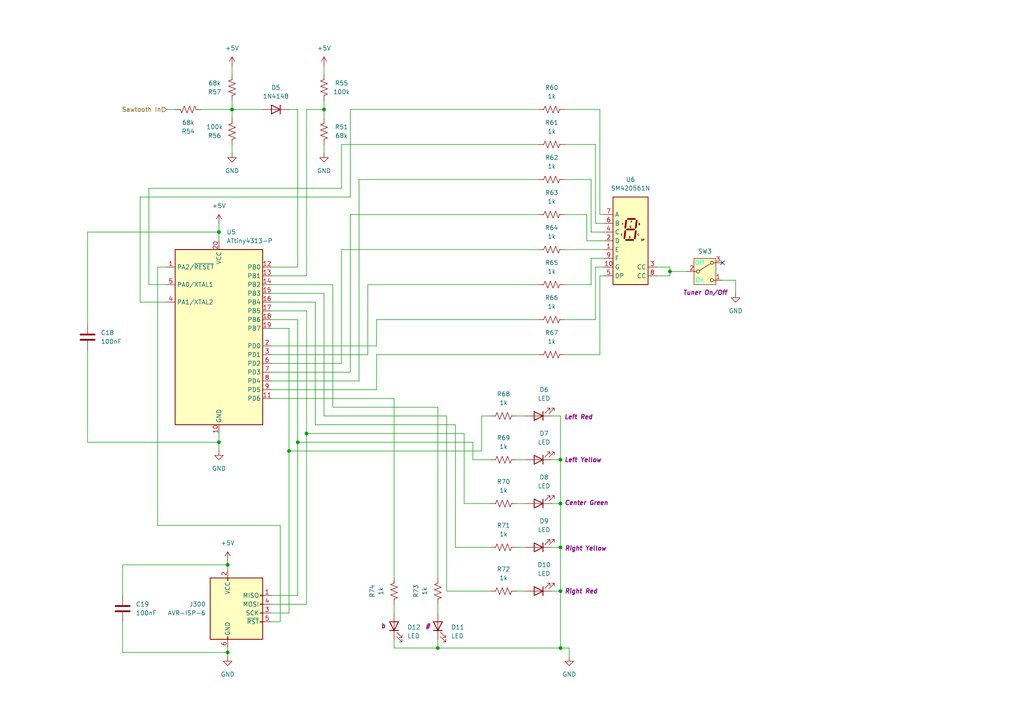
<source format=kicad_sch>
(kicad_sch (version 20231120) (generator "eeschema") (generator_version "8.0")
  (paper "A4")
  (title_block (company "DMH Instruments"))
  (lib_symbols
    (symbol "Connector:AVR-ISP-6" (pin_names (offset 1.016))
      (property "Reference" "J" (at -6.35 11.43 0))
      (property "Value" "AVR-ISP-6" (at 0 11.43 0))
      (symbol "AVR-ISP-6_0_1"
        (rectangle (start -2.667 -6.858) (end -2.413 -7.62))
        (rectangle (start -2.667 10.16) (end -2.413 9.398))
        (rectangle (start 7.62 -2.413) (end 6.858 -2.667))
        (rectangle (start 7.62 0.127) (end 6.858 -0.127))
        (rectangle (start 7.62 2.667) (end 6.858 2.413))
        (rectangle (start 7.62 5.207) (end 6.858 4.953))
        (rectangle (start 7.62 10.16) (end -7.62 -7.62) (stroke (width 0.254)) (fill (type background)))
      )
      (symbol "AVR-ISP-6_1_1"
        (pin passive line (at 10.16 5.08 180) (length 2.54) (name "MISO") (number "1"))
        (pin passive line (at -2.54 12.7 270) (length 2.54) (name "VCC") (number "2"))
        (pin passive line (at 10.16 0 180) (length 2.54) (name "SCK") (number "3"))
        (pin passive line (at 10.16 2.54 180) (length 2.54) (name "MOSI") (number "4"))
        (pin passive line (at 10.16 -2.54 180) (length 2.54) (name "~{RST}") (number "5"))
        (pin passive line (at -2.54 -10.16 90) (length 2.54) (name "GND") (number "6"))
      )
    )
    (symbol "Device:C" (pin_numbers hide) (pin_names (offset 0.254))
      (property "Reference" "C" (at 0.635 2.54 0))
      (property "Value" "C" (at 0.635 -2.54 0))
      (symbol "C_0_1"
        (polyline (pts (xy -2.032 -0.762) (xy 2.032 -0.762)) (stroke (width 0.508)))
        (polyline (pts (xy -2.032 0.762) (xy 2.032 0.762)) (stroke (width 0.508)))
      )
      (symbol "C_1_1"
        (pin passive line (at 0 3.81 270) (length 2.794) (name "~") (number "1"))
        (pin passive line (at 0 -3.81 90) (length 2.794) (name "~") (number "2"))
      )
    )
    (symbol "Device:LED" (pin_numbers hide) (pin_names (offset 1.016) hide)
      (property "Reference" "D" (at 0 2.54 0))
      (property "Value" "LED" (at 0 -2.54 0))
      (symbol "LED_0_1"
        (polyline (pts (xy -1.27 -1.27) (xy -1.27 1.27)) (stroke (width 0.254)))
        (polyline (pts (xy -1.27 0) (xy 1.27 0)))
        (polyline (pts (xy 1.27 -1.27) (xy 1.27 1.27) (xy -1.27 0) (xy 1.27 -1.27)) (stroke (width 0.254)))
        (polyline (pts (xy -3.048 -0.762) (xy -4.572 -2.286) (xy -3.81 -2.286) (xy -4.572 -2.286) (xy -4.572 -1.524)))
        (polyline (pts (xy -1.778 -0.762) (xy -3.302 -2.286) (xy -2.54 -2.286) (xy -3.302 -2.286) (xy -3.302 -1.524)))
      )
      (symbol "LED_1_1"
        (pin passive line (at -3.81 0 0) (length 2.54) (name "K") (number "1"))
        (pin passive line (at 3.81 0 180) (length 2.54) (name "A") (number "2"))
      )
    )
    (symbol "Device:R_US" (pin_numbers hide) (pin_names (offset 0))
      (property "Reference" "R" (at 2.54 0 90))
      (property "Value" "R_US" (at -2.54 0 90))
      (symbol "R_US_0_1"
        (polyline (pts (xy 0 -2.286) (xy 0 -2.54)))
        (polyline (pts (xy 0 2.286) (xy 0 2.54)))
        (polyline (pts (xy 0 -0.762) (xy 1.016 -1.143) (xy 0 -1.524) (xy -1.016 -1.905) (xy 0 -2.286)))
        (polyline (pts (xy 0 0.762) (xy 1.016 0.381) (xy 0 0) (xy -1.016 -0.381) (xy 0 -0.762)))
        (polyline (pts (xy 0 2.286) (xy 1.016 1.905) (xy 0 1.524) (xy -1.016 1.143) (xy 0 0.762)))
      )
      (symbol "R_US_1_1"
        (pin passive line (at 0 3.81 270) (length 1.27) (name "~") (number "1"))
        (pin passive line (at 0 -3.81 90) (length 1.27) (name "~") (number "2"))
      )
    )
    (symbol "Diode:1N4148" (pin_numbers hide) (pin_names hide)
      (property "Reference" "D" (at 0 2.54 0))
      (property "Value" "1N4148" (at 0 -2.54 0))
      (symbol "1N4148_0_1"
        (polyline (pts (xy -1.27 1.27) (xy -1.27 -1.27)) (stroke (width 0.254)))
        (polyline (pts (xy 1.27 0) (xy -1.27 0)))
        (polyline (pts (xy 1.27 1.27) (xy 1.27 -1.27) (xy -1.27 0) (xy 1.27 1.27)) (stroke (width 0.254)))
      )
      (symbol "1N4148_1_1"
        (pin passive line (at -3.81 0 0) (length 2.54) (name "K") (number "1"))
        (pin passive line (at 3.81 0 180) (length 2.54) (name "A") (number "2"))
      )
    )
    (symbol "Display_Character:SM420561N"
      (property "Reference" "U" (at -2.54 13.97 0))
      (property "Value" "SM420561N" (at 1.27 13.97 0))
      (symbol "SM420561N_0_0"
        (text "A" (at 0.254 5.588 0) (effects (font (size 0.508 0.508))))
        (text "B" (at 2.54 4.826 0) (effects (font (size 0.508 0.508))))
        (text "C" (at 2.286 1.778 0) (effects (font (size 0.508 0.508))))
        (text "D" (at -0.254 1.016 0) (effects (font (size 0.508 0.508))))
        (text "DP" (at 3.556 0.254 0) (effects (font (size 0.508 0.508))))
        (text "E" (at -2.54 1.778 0) (effects (font (size 0.508 0.508))))
        (text "F" (at -2.286 4.826 0) (effects (font (size 0.508 0.508))))
        (text "G" (at 0 4.064 0) (effects (font (size 0.508 0.508))))
      )
      (symbol "SM420561N_0_1"
        (rectangle (start -5.08 12.7) (end 5.08 -12.7) (stroke (width 0.254)) (fill (type background)))
        (polyline (pts (xy -1.524 2.794) (xy -1.778 0.762)) (stroke (width 0.508)))
        (polyline (pts (xy -1.27 0.254) (xy 0.762 0.254)) (stroke (width 0.508)))
        (polyline (pts (xy -1.27 5.842) (xy -1.524 3.81)) (stroke (width 0.508)))
        (polyline (pts (xy -1.016 3.302) (xy 1.016 3.302)) (stroke (width 0.508)))
        (polyline (pts (xy -0.762 6.35) (xy 1.27 6.35)) (stroke (width 0.508)))
        (polyline (pts (xy 1.524 2.794) (xy 1.27 0.762)) (stroke (width 0.508)))
        (polyline (pts (xy 1.778 5.842) (xy 1.524 3.81)) (stroke (width 0.508)))
        (polyline (pts (xy 2.54 0.254) (xy 2.54 0.254)) (stroke (width 0.508)))
      )
      (symbol "SM420561N_1_1"
        (pin input line (at -7.62 -2.54 0) (length 2.54) (name "E") (number "1"))
        (pin input line (at -7.62 -7.62 0) (length 2.54) (name "G") (number "10"))
        (pin input line (at -7.62 0 0) (length 2.54) (name "D") (number "2"))
        (pin input line (at 7.62 -7.62 180) (length 2.54) (name "CC") (number "3"))
        (pin input line (at -7.62 2.54 0) (length 2.54) (name "C") (number "4"))
        (pin input line (at -7.62 -10.16 0) (length 2.54) (name "DP") (number "5"))
        (pin input line (at -7.62 5.08 0) (length 2.54) (name "B") (number "6"))
        (pin input line (at -7.62 7.62 0) (length 2.54) (name "A") (number "7"))
        (pin input line (at 7.62 -10.16 180) (length 2.54) (name "CC") (number "8"))
        (pin input line (at -7.62 -5.08 0) (length 2.54) (name "F") (number "9"))
      )
    )
    (symbol "MCU_Microchip_ATtiny:ATtiny4313-P"
      (property "Reference" "U" (at -12.7 26.67 0))
      (property "Value" "ATtiny4313-P" (at 2.54 -26.67 0))
      (symbol "ATtiny4313-P_0_1"
        (rectangle (start -12.7 -25.4) (end 12.7 25.4) (stroke (width 0.254)) (fill (type background)))
      )
      (symbol "ATtiny4313-P_1_1"
        (pin bidirectional line (at -15.24 20.32 0) (length 2.54) (name "PA2/~{RESET}") (number "1"))
        (pin power_in line (at 0 -27.94 90) (length 2.54) (name "GND") (number "10"))
        (pin bidirectional line (at 15.24 -17.78 180) (length 2.54) (name "PD6") (number "11"))
        (pin bidirectional line (at 15.24 20.32 180) (length 2.54) (name "PB0") (number "12"))
        (pin bidirectional line (at 15.24 17.78 180) (length 2.54) (name "PB1") (number "13"))
        (pin bidirectional line (at 15.24 15.24 180) (length 2.54) (name "PB2") (number "14"))
        (pin bidirectional line (at 15.24 12.7 180) (length 2.54) (name "PB3") (number "15"))
        (pin bidirectional line (at 15.24 10.16 180) (length 2.54) (name "PB4") (number "16"))
        (pin bidirectional line (at 15.24 7.62 180) (length 2.54) (name "PB5") (number "17"))
        (pin bidirectional line (at 15.24 5.08 180) (length 2.54) (name "PB6") (number "18"))
        (pin bidirectional line (at 15.24 2.54 180) (length 2.54) (name "PB7") (number "19"))
        (pin bidirectional line (at 15.24 -2.54 180) (length 2.54) (name "PD0") (number "2"))
        (pin power_in line (at 0 27.94 270) (length 2.54) (name "VCC") (number "20"))
        (pin bidirectional line (at 15.24 -5.08 180) (length 2.54) (name "PD1") (number "3"))
        (pin bidirectional line (at -15.24 10.16 0) (length 2.54) (name "PA1/XTAL2") (number "4"))
        (pin bidirectional line (at -15.24 15.24 0) (length 2.54) (name "PA0/XTAL1") (number "5"))
        (pin bidirectional line (at 15.24 -7.62 180) (length 2.54) (name "PD2") (number "6"))
        (pin bidirectional line (at 15.24 -10.16 180) (length 2.54) (name "PD3") (number "7"))
        (pin bidirectional line (at 15.24 -12.7 180) (length 2.54) (name "PD4") (number "8"))
        (pin bidirectional line (at 15.24 -15.24 180) (length 2.54) (name "PD5") (number "9"))
      )
    )
    (symbol "SynthStuff:SW_SPDT_321_OnOff" (pin_names (offset 1) hide)
      (property "Reference" "SW" (at 0 5.08 0))
      (property "Value" "SW_SPDT_321_OnOff" (at 0 -5.08 0))
      (symbol "SW_SPDT_321_OnOff_0_1"
        (circle (center -2.032 0) (radius 0.4572))
        (polyline (pts (xy -1.651 0.254) (xy 1.651 2.286)))
        (circle (center 2.032 -2.54) (radius 0.4572))
        (circle (center 2.032 2.54) (radius 0.4572))
      )
      (symbol "SW_SPDT_321_OnOff_1_1"
        (rectangle (start -3.175 3.81) (end 3.175 -3.81) (fill (type background)))
        (text "Off\n" (at -1.524 2.54 0) (effects (font (size 1.27 1.27))))
        (text "On" (at -1.524 -2.54 0) (effects (font (size 1.27 1.27))))
        (pin passive line (at 5.08 -2.54 180) (length 2.54) (name "C") (number "1"))
        (pin passive line (at -5.08 0 0) (length 2.54) (name "B") (number "2"))
        (pin passive line (at 5.08 2.54 180) (length 2.54) (name "A") (number "3"))
      )
    )
    (symbol "power:+5V" (power) (pin_numbers hide) (pin_names (offset 0) hide)
      (property "Value" "+5V" (at 0 3.556 0))
      (symbol "+5V_0_1"
        (polyline (pts (xy -0.762 1.27) (xy 0 2.54)))
        (polyline (pts (xy 0 0) (xy 0 2.54)))
        (polyline (pts (xy 0 2.54) (xy 0.762 1.27)))
      )
      (symbol "+5V_1_1"
        (pin power_in line (at 0 0 90) (length 0) (name "~") (number "1"))
      )
    )
    (symbol "power:GND" (power) (pin_numbers hide) (pin_names (offset 0) hide)
      (property "Value" "GND" (at 0 -3.81 0))
      (symbol "GND_0_1"
        (polyline (pts (xy 0 0) (xy 0 -1.27) (xy 1.27 -1.27) (xy 0 -2.54) (xy -1.27 -1.27) (xy 0 -1.27)))
      )
      (symbol "GND_1_1"
        (pin power_in line (at 0 0 270) (length 0) (name "~") (number "1"))
      )
    )
  )
  (junction (at 86.36 128.27))
  (junction (at 127 187.96))
  (junction (at 63.5 128.27))
  (junction (at 162.56 187.96))
  (junction (at 162.56 146.05))
  (junction (at 66.04 163.83))
  (junction (at 162.56 171.45))
  (junction (at 66.04 189.23))
  (junction (at 88.9 125.73))
  (junction (at 63.5 67.31))
  (junction (at 83.82 130.81))
  (junction (at 93.98 31.75))
  (junction (at 194.31 78.74))
  (junction (at 162.56 133.35))
  (junction (at 162.56 158.75))
  (junction (at 67.31 31.75))
  (no_connect (at 209.55 76.2))
  (wire (pts (xy 163.83 72.39) (xy 175.26 72.39)))
  (wire (pts (xy 209.55 81.28) (xy 213.36 81.28)))
  (wire (pts (xy 63.5 128.27) (xy 63.5 130.81)))
  (wire (pts (xy 88.9 31.75) (xy 93.98 31.75)))
  (wire (pts (xy 171.45 52.07) (xy 171.45 67.31)))
  (wire (pts (xy 163.83 52.07) (xy 171.45 52.07)))
  (wire (pts (xy 149.86 146.05) (xy 152.4 146.05)))
  (wire (pts (xy 109.22 92.71) (xy 109.22 100.33)))
  (wire (pts (xy 93.98 120.65) (xy 93.98 85.09)))
  (wire (pts (xy 127 167.64) (xy 127 118.11)))
  (wire (pts (xy 170.18 62.23) (xy 170.18 69.85)))
  (wire (pts (xy 99.06 72.39) (xy 99.06 105.41)))
  (wire (pts (xy 160.02 171.45) (xy 162.56 171.45)))
  (wire (pts (xy 43.18 82.55) (xy 48.26 82.55)))
  (wire (pts (xy 88.9 31.75) (xy 88.9 80.01)))
  (wire (pts (xy 40.64 87.63) (xy 48.26 87.63)))
  (wire (pts (xy 114.3 175.26) (xy 114.3 177.8)))
  (wire (pts (xy 93.98 19.05) (xy 93.98 21.59)))
  (wire (pts (xy 86.36 128.27) (xy 86.36 172.72)))
  (wire (pts (xy 88.9 80.01) (xy 78.74 80.01)))
  (wire (pts (xy 67.31 29.21) (xy 67.31 31.75)))
  (wire (pts (xy 163.83 31.75) (xy 173.99 31.75)))
  (wire (pts (xy 83.82 130.81) (xy 83.82 95.25)))
  (wire (pts (xy 86.36 31.75) (xy 86.36 77.47)))
  (wire (pts (xy 99.06 54.61) (xy 43.18 54.61)))
  (wire (pts (xy 162.56 120.65) (xy 162.56 133.35)))
  (wire (pts (xy 160.02 133.35) (xy 162.56 133.35)))
  (wire (pts (xy 96.52 118.11) (xy 96.52 82.55)))
  (wire (pts (xy 25.4 67.31) (xy 63.5 67.31)))
  (wire (pts (xy 127 118.11) (xy 96.52 118.11)))
  (wire (pts (xy 160.02 120.65) (xy 162.56 120.65)))
  (wire (pts (xy 104.14 110.49) (xy 104.14 52.07)))
  (wire (pts (xy 142.24 171.45) (xy 129.54 171.45)))
  (wire (pts (xy 173.99 31.75) (xy 173.99 62.23)))
  (wire (pts (xy 171.45 74.93) (xy 175.26 74.93)))
  (wire (pts (xy 78.74 102.87) (xy 106.68 102.87)))
  (wire (pts (xy 142.24 158.75) (xy 132.08 158.75)))
  (wire (pts (xy 78.74 175.26) (xy 88.9 175.26)))
  (wire (pts (xy 132.08 158.75) (xy 132.08 123.19)))
  (wire (pts (xy 48.26 31.75) (xy 50.8 31.75)))
  (wire (pts (xy 190.5 80.01) (xy 194.31 80.01)))
  (wire (pts (xy 63.5 64.77) (xy 63.5 67.31)))
  (wire (pts (xy 134.62 146.05) (xy 134.62 125.73)))
  (wire (pts (xy 99.06 41.91) (xy 156.21 41.91)))
  (wire (pts (xy 83.82 130.81) (xy 83.82 177.8)))
  (wire (pts (xy 63.5 67.31) (xy 63.5 69.85)))
  (wire (pts (xy 173.99 62.23) (xy 175.26 62.23)))
  (wire (pts (xy 109.22 92.71) (xy 156.21 92.71)))
  (wire (pts (xy 137.16 133.35) (xy 137.16 128.27)))
  (wire (pts (xy 194.31 78.74) (xy 194.31 80.01)))
  (wire (pts (xy 66.04 163.83) (xy 66.04 165.1)))
  (wire (pts (xy 78.74 177.8) (xy 83.82 177.8)))
  (wire (pts (xy 173.99 102.87) (xy 173.99 80.01)))
  (wire (pts (xy 93.98 31.75) (xy 93.98 34.29)))
  (wire (pts (xy 66.04 189.23) (xy 66.04 190.5)))
  (wire (pts (xy 213.36 81.28) (xy 213.36 85.09)))
  (wire (pts (xy 35.56 163.83) (xy 66.04 163.83)))
  (wire (pts (xy 149.86 120.65) (xy 152.4 120.65)))
  (wire (pts (xy 88.9 90.17) (xy 78.74 90.17)))
  (wire (pts (xy 127 185.42) (xy 127 187.96)))
  (wire (pts (xy 35.56 172.72) (xy 35.56 163.83)))
  (wire (pts (xy 114.3 187.96) (xy 127 187.96)))
  (wire (pts (xy 142.24 120.65) (xy 139.7 120.65)))
  (wire (pts (xy 88.9 125.73) (xy 88.9 175.26)))
  (wire (pts (xy 40.64 57.15) (xy 40.64 87.63)))
  (wire (pts (xy 93.98 29.21) (xy 93.98 31.75)))
  (wire (pts (xy 137.16 128.27) (xy 86.36 128.27)))
  (wire (pts (xy 88.9 125.73) (xy 88.9 90.17)))
  (wire (pts (xy 93.98 85.09) (xy 78.74 85.09)))
  (wire (pts (xy 194.31 78.74) (xy 199.39 78.74)))
  (wire (pts (xy 163.83 82.55) (xy 171.45 82.55)))
  (wire (pts (xy 172.72 92.71) (xy 172.72 77.47)))
  (wire (pts (xy 160.02 158.75) (xy 162.56 158.75)))
  (wire (pts (xy 45.72 77.47) (xy 45.72 152.4)))
  (wire (pts (xy 83.82 130.81) (xy 139.7 130.81)))
  (wire (pts (xy 25.4 101.6) (xy 25.4 128.27)))
  (wire (pts (xy 43.18 54.61) (xy 43.18 82.55)))
  (wire (pts (xy 162.56 158.75) (xy 162.56 171.45)))
  (wire (pts (xy 58.42 31.75) (xy 67.31 31.75)))
  (wire (pts (xy 190.5 77.47) (xy 194.31 77.47)))
  (wire (pts (xy 35.56 180.34) (xy 35.56 189.23)))
  (wire (pts (xy 163.83 92.71) (xy 172.72 92.71)))
  (wire (pts (xy 114.3 185.42) (xy 114.3 187.96)))
  (wire (pts (xy 172.72 41.91) (xy 172.72 64.77)))
  (wire (pts (xy 86.36 77.47) (xy 78.74 77.47)))
  (wire (pts (xy 163.83 102.87) (xy 173.99 102.87)))
  (wire (pts (xy 101.6 31.75) (xy 156.21 31.75)))
  (wire (pts (xy 106.68 82.55) (xy 156.21 82.55)))
  (wire (pts (xy 67.31 31.75) (xy 67.31 34.29)))
  (wire (pts (xy 99.06 72.39) (xy 156.21 72.39)))
  (wire (pts (xy 163.83 41.91) (xy 172.72 41.91)))
  (wire (pts (xy 109.22 102.87) (xy 109.22 113.03)))
  (wire (pts (xy 149.86 158.75) (xy 152.4 158.75)))
  (wire (pts (xy 78.74 110.49) (xy 104.14 110.49)))
  (wire (pts (xy 86.36 92.71) (xy 78.74 92.71)))
  (wire (pts (xy 67.31 41.91) (xy 67.31 44.45)))
  (wire (pts (xy 162.56 171.45) (xy 162.56 187.96)))
  (wire (pts (xy 132.08 123.19) (xy 91.44 123.19)))
  (wire (pts (xy 83.82 95.25) (xy 78.74 95.25)))
  (wire (pts (xy 99.06 105.41) (xy 78.74 105.41)))
  (wire (pts (xy 114.3 115.57) (xy 78.74 115.57)))
  (wire (pts (xy 172.72 77.47) (xy 175.26 77.47)))
  (wire (pts (xy 162.56 133.35) (xy 162.56 146.05)))
  (wire (pts (xy 172.72 64.77) (xy 175.26 64.77)))
  (wire (pts (xy 78.74 172.72) (xy 86.36 172.72)))
  (wire (pts (xy 86.36 128.27) (xy 86.36 92.71)))
  (wire (pts (xy 91.44 123.19) (xy 91.44 87.63)))
  (wire (pts (xy 81.28 180.34) (xy 78.74 180.34)))
  (wire (pts (xy 99.06 41.91) (xy 99.06 54.61)))
  (wire (pts (xy 194.31 77.47) (xy 194.31 78.74)))
  (wire (pts (xy 45.72 152.4) (xy 81.28 152.4)))
  (wire (pts (xy 139.7 120.65) (xy 139.7 130.81)))
  (wire (pts (xy 101.6 62.23) (xy 156.21 62.23)))
  (wire (pts (xy 66.04 162.56) (xy 66.04 163.83)))
  (wire (pts (xy 163.83 62.23) (xy 170.18 62.23)))
  (wire (pts (xy 76.2 31.75) (xy 67.31 31.75)))
  (wire (pts (xy 149.86 171.45) (xy 152.4 171.45)))
  (wire (pts (xy 96.52 82.55) (xy 78.74 82.55)))
  (wire (pts (xy 127 187.96) (xy 162.56 187.96)))
  (wire (pts (xy 129.54 171.45) (xy 129.54 120.65)))
  (wire (pts (xy 109.22 102.87) (xy 156.21 102.87)))
  (wire (pts (xy 86.36 31.75) (xy 83.82 31.75)))
  (wire (pts (xy 25.4 67.31) (xy 25.4 93.98)))
  (wire (pts (xy 149.86 133.35) (xy 152.4 133.35)))
  (wire (pts (xy 91.44 87.63) (xy 78.74 87.63)))
  (wire (pts (xy 162.56 146.05) (xy 162.56 158.75)))
  (wire (pts (xy 78.74 100.33) (xy 109.22 100.33)))
  (wire (pts (xy 134.62 125.73) (xy 88.9 125.73)))
  (wire (pts (xy 106.68 82.55) (xy 106.68 102.87)))
  (wire (pts (xy 67.31 19.05) (xy 67.31 21.59)))
  (wire (pts (xy 48.26 77.47) (xy 45.72 77.47)))
  (wire (pts (xy 171.45 67.31) (xy 175.26 67.31)))
  (wire (pts (xy 101.6 62.23) (xy 101.6 107.95)))
  (wire (pts (xy 25.4 128.27) (xy 63.5 128.27)))
  (wire (pts (xy 93.98 41.91) (xy 93.98 44.45)))
  (wire (pts (xy 114.3 167.64) (xy 114.3 115.57)))
  (wire (pts (xy 129.54 120.65) (xy 93.98 120.65)))
  (wire (pts (xy 78.74 107.95) (xy 101.6 107.95)))
  (wire (pts (xy 142.24 133.35) (xy 137.16 133.35)))
  (wire (pts (xy 66.04 187.96) (xy 66.04 189.23)))
  (wire (pts (xy 165.1 187.96) (xy 165.1 190.5)))
  (wire (pts (xy 40.64 57.15) (xy 101.6 57.15)))
  (wire (pts (xy 162.56 187.96) (xy 165.1 187.96)))
  (wire (pts (xy 142.24 146.05) (xy 134.62 146.05)))
  (wire (pts (xy 171.45 82.55) (xy 171.45 74.93)))
  (wire (pts (xy 81.28 152.4) (xy 81.28 180.34)))
  (wire (pts (xy 35.56 189.23) (xy 66.04 189.23)))
  (wire (pts (xy 170.18 69.85) (xy 175.26 69.85)))
  (wire (pts (xy 104.14 52.07) (xy 156.21 52.07)))
  (wire (pts (xy 173.99 80.01) (xy 175.26 80.01)))
  (wire (pts (xy 160.02 146.05) (xy 162.56 146.05)))
  (wire (pts (xy 101.6 31.75) (xy 101.6 57.15)))
  (wire (pts (xy 127 175.26) (xy 127 177.8)))
  (wire (pts (xy 63.5 125.73) (xy 63.5 128.27)))
  (wire (pts (xy 78.74 113.03) (xy 109.22 113.03)))
  (hierarchical_label "Sawtooth In" (shape input) (at 48.26 31.75 180))
  (symbol (lib_id "Device:R_US") (at 146.05 120.65 90) (unit 1)
    (property "Reference" "R68" (at 146.05 114.3 90))
    (property "Value" "1k" (at 146.05 116.84 90))
    (property "Footprint" "Resistor_THT:R_Axial_DIN0207_L6.3mm_D2.5mm_P7.62mm_Horizontal" (effects (hide yes)))
    (property "Description" "Resistor, US symbol" (effects (hide yes)))
  )
  (symbol (lib_id "power:+5V") (at 63.5 64.77 0) (unit 1)
    (property "Reference" "#PWR050" (effects (hide yes)))
    (property "Value" "+5V" (at 63.5 59.69 0))
    (property "Description" "Power symbol creates a global label with name \"+5V\"" (effects (hide yes)))
  )
  (symbol (lib_id "Device:R_US") (at 160.02 92.71 90) (unit 1)
    (property "Reference" "R66" (at 160.02 86.36 90))
    (property "Value" "1k" (at 160.02 88.9 90))
    (property "Footprint" "Resistor_THT:R_Axial_DIN0207_L6.3mm_D2.5mm_P7.62mm_Horizontal" (effects (hide yes)))
    (property "Description" "Resistor, US symbol" (effects (hide yes)))
  )
  (symbol (lib_id "Device:C") (at 35.56 176.53 0) (unit 1)
    (property "Reference" "C19" (at 39.37 175.2599 0) (effects (justify left)))
    (property "Value" "100nF" (at 39.37 177.7999 0) (effects (justify left)))
    (property "Footprint" "Capacitor_THT:C_Disc_D4.3mm_W1.9mm_P5.00mm" (effects (hide yes)))
    (property "Description" "Unpolarized capacitor" (effects (hide yes)))
  )
  (symbol (lib_id "Device:R_US") (at 160.02 31.75 90) (unit 1)
    (property "Reference" "R60" (at 160.02 25.4 90))
    (property "Value" "1k" (at 160.02 27.94 90))
    (property "Footprint" "Resistor_THT:R_Axial_DIN0207_L6.3mm_D2.5mm_P7.62mm_Horizontal" (effects (hide yes)))
    (property "Description" "Resistor, US symbol" (effects (hide yes)))
  )
  (symbol (lib_id "Diode:1N4148") (at 80.01 31.75 180) (unit 1)
    (property "Reference" "D5" (at 80.01 25.4 0))
    (property "Value" "1N4148" (at 80.01 27.94 0))
    (property "Footprint" "Diode_THT:D_DO-35_SOD27_P7.62mm_Horizontal" (effects (hide yes)))
    (property "Datasheet" "https://assets.nexperia.com/documents/data-sheet/1N4148_1N4448.pdf" (effects (hide yes)))
    (property "Description" "100V 0.15A standard switching diode, DO-35" (effects (hide yes)))
    (property "Sim.Device" "D" (effects (hide yes)))
    (property "Sim.Pins" "1=K 2=A" (effects (hide yes)))
  )
  (symbol (lib_id "Device:LED") (at 114.3 181.61 90) (unit 1)
    (property "Reference" "D12" (at 118.11 181.9274 90) (effects (justify right)))
    (property "Value" "LED" (at 118.11 184.4674 90) (effects (justify right)))
    (property "Footprint" "LED_THT:LED_D3.0mm" (effects (hide yes)))
    (property "Description" "Light emitting diode" (effects (hide yes)))
    (property "Function" "b" (at 111.252 182.372 90) (effects (font (bold yes) (italic yes)) (justify top)))
  )
  (symbol (lib_id "Device:R_US") (at 146.05 158.75 90) (unit 1)
    (property "Reference" "R71" (at 146.05 152.4 90))
    (property "Value" "1k" (at 146.05 154.94 90))
    (property "Footprint" "Resistor_THT:R_Axial_DIN0207_L6.3mm_D2.5mm_P7.62mm_Horizontal" (effects (hide yes)))
    (property "Description" "Resistor, US symbol" (effects (hide yes)))
  )
  (symbol (lib_id "power:GND") (at 66.04 190.5 0) (unit 1)
    (property "Reference" "#PWR060" (effects (hide yes)))
    (property "Value" "GND" (at 66.04 195.58 0))
    (property "Description" "Power symbol creates a global label with name \"GND\" , ground" (effects (hide yes)))
  )
  (symbol (lib_id "Device:R_US") (at 146.05 146.05 90) (unit 1)
    (property "Reference" "R70" (at 146.05 139.7 90))
    (property "Value" "1k" (at 146.05 142.24 90))
    (property "Footprint" "Resistor_THT:R_Axial_DIN0207_L6.3mm_D2.5mm_P7.62mm_Horizontal" (effects (hide yes)))
    (property "Description" "Resistor, US symbol" (effects (hide yes)))
  )
  (symbol (lib_id "Device:R_US") (at 67.31 25.4 0) (mirror y) (unit 1)
    (property "Reference" "R57" (at 62.23 26.67 0))
    (property "Value" "68k" (at 62.23 24.13 0))
    (property "Footprint" "Resistor_THT:R_Axial_DIN0207_L6.3mm_D2.5mm_P7.62mm_Horizontal" (effects (hide yes)))
    (property "Description" "Resistor, US symbol" (effects (hide yes)))
  )
  (symbol (lib_id "MCU_Microchip_ATtiny:ATtiny4313-P") (at 63.5 97.79 0) (unit 1)
    (property "Reference" "U5" (at 65.6941 67.31 0) (effects (justify left)))
    (property "Value" "ATtiny4313-P" (at 65.6941 69.85 0) (effects (justify left)))
    (property "Footprint" "Package_DIP:DIP-20_W7.62mm_Socket" (effects (hide yes)))
    (property "Datasheet" "http://ww1.microchip.com/downloads/en/DeviceDoc/doc8246.pdf" (effects (hide yes)))
    (property "Description" "20MHz, 4kB Flash, 256B SRAM, 256B EEPROM, DIP-20" (effects (hide yes)))
  )
  (symbol (lib_id "Device:R_US") (at 160.02 41.91 90) (unit 1)
    (property "Reference" "R61" (at 160.02 35.56 90))
    (property "Value" "1k" (at 160.02 38.1 90))
    (property "Footprint" "Resistor_THT:R_Axial_DIN0207_L6.3mm_D2.5mm_P7.62mm_Horizontal" (effects (hide yes)))
    (property "Description" "Resistor, US symbol" (effects (hide yes)))
  )
  (symbol (lib_id "Device:R_US") (at 160.02 62.23 90) (unit 1)
    (property "Reference" "R63" (at 160.02 55.88 90))
    (property "Value" "1k" (at 160.02 58.42 90))
    (property "Footprint" "Resistor_THT:R_Axial_DIN0207_L6.3mm_D2.5mm_P7.62mm_Horizontal" (effects (hide yes)))
    (property "Description" "Resistor, US symbol" (effects (hide yes)))
  )
  (symbol (lib_id "Device:R_US") (at 93.98 38.1 0) (mirror x) (unit 1)
    (property "Reference" "R51" (at 99.06 36.83 0))
    (property "Value" "68k" (at 99.06 39.37 0))
    (property "Footprint" "Resistor_THT:R_Axial_DIN0207_L6.3mm_D2.5mm_P7.62mm_Horizontal" (effects (hide yes)))
    (property "Description" "Resistor, US symbol" (effects (hide yes)))
  )
  (symbol (lib_id "power:GND") (at 165.1 190.5 0) (unit 1)
    (property "Reference" "#PWR061" (effects (hide yes)))
    (property "Value" "GND" (at 165.1 195.58 0))
    (property "Description" "Power symbol creates a global label with name \"GND\" , ground" (effects (hide yes)))
  )
  (symbol (lib_id "Device:LED") (at 156.21 171.45 180) (unit 1)
    (property "Reference" "D10" (at 157.7975 163.83 0))
    (property "Value" "LED" (at 157.7975 166.37 0))
    (property "Footprint" "LED_THT:LED_D3.0mm" (effects (hide yes)))
    (property "Description" "Light emitting diode" (effects (hide yes)))
    (property "Function" "Right Red" (at 168.656 171.45 0) (effects (font (bold yes) (italic yes))))
  )
  (symbol (lib_id "Device:R_US") (at 160.02 102.87 90) (unit 1)
    (property "Reference" "R67" (at 160.02 96.52 90))
    (property "Value" "1k" (at 160.02 99.06 90))
    (property "Footprint" "Resistor_THT:R_Axial_DIN0207_L6.3mm_D2.5mm_P7.62mm_Horizontal" (effects (hide yes)))
    (property "Description" "Resistor, US symbol" (effects (hide yes)))
  )
  (symbol (lib_id "Device:R_US") (at 160.02 82.55 90) (unit 1)
    (property "Reference" "R65" (at 160.02 76.2 90))
    (property "Value" "1k" (at 160.02 78.74 90))
    (property "Footprint" "Resistor_THT:R_Axial_DIN0207_L6.3mm_D2.5mm_P7.62mm_Horizontal" (effects (hide yes)))
    (property "Description" "Resistor, US symbol" (effects (hide yes)))
  )
  (symbol (lib_id "Device:R_US") (at 67.31 38.1 0) (mirror y) (unit 1)
    (property "Reference" "R56" (at 62.23 39.37 0))
    (property "Value" "100k" (at 62.23 36.83 0))
    (property "Footprint" "Resistor_THT:R_Axial_DIN0207_L6.3mm_D2.5mm_P7.62mm_Horizontal" (effects (hide yes)))
    (property "Description" "Resistor, US symbol" (effects (hide yes)))
  )
  (symbol (lib_id "Device:LED") (at 127 181.61 90) (unit 1)
    (property "Reference" "D11" (at 130.81 181.9274 90) (effects (justify right)))
    (property "Value" "LED" (at 130.81 184.4674 90) (effects (justify right)))
    (property "Footprint" "LED_THT:LED_D3.0mm" (effects (hide yes)))
    (property "Description" "Light emitting diode" (effects (hide yes)))
    (property "Function" "#" (at 124.206 181.61 90) (effects (font (bold yes) (italic yes))))
  )
  (symbol (lib_id "power:+5V") (at 66.04 162.56 0) (unit 1)
    (property "Reference" "#PWR059" (effects (hide yes)))
    (property "Value" "+5V" (at 66.04 157.48 0))
    (property "Description" "Power symbol creates a global label with name \"+5V\"" (effects (hide yes)))
  )
  (symbol (lib_id "Device:LED") (at 156.21 120.65 180) (unit 1)
    (property "Reference" "D6" (at 157.7975 113.03 0))
    (property "Value" "LED" (at 157.7975 115.57 0))
    (property "Footprint" "LED_THT:LED_D3.0mm" (effects (hide yes)))
    (property "Description" "Light emitting diode" (effects (hide yes)))
    (property "Function" "Left Red" (at 167.894 120.904 0) (effects (font (bold yes) (italic yes))))
  )
  (symbol (lib_id "power:+5V") (at 93.98 19.05 0) (unit 1)
    (property "Reference" "#PWR054" (effects (hide yes)))
    (property "Value" "+5V" (at 93.98 13.97 0))
    (property "Description" "Power symbol creates a global label with name \"+5V\"" (effects (hide yes)))
  )
  (symbol (lib_id "power:GND") (at 93.98 44.45 0) (unit 1)
    (property "Reference" "#PWR053" (effects (hide yes)))
    (property "Value" "GND" (at 93.98 49.53 0))
    (property "Description" "Power symbol creates a global label with name \"GND\" , ground" (effects (hide yes)))
  )
  (symbol (lib_id "Device:R_US") (at 146.05 133.35 90) (unit 1)
    (property "Reference" "R69" (at 146.05 127 90))
    (property "Value" "1k" (at 146.05 129.54 90))
    (property "Footprint" "Resistor_THT:R_Axial_DIN0207_L6.3mm_D2.5mm_P7.62mm_Horizontal" (effects (hide yes)))
    (property "Description" "Resistor, US symbol" (effects (hide yes)))
  )
  (symbol (lib_id "Device:R_US") (at 114.3 171.45 0) (mirror y) (unit 1)
    (property "Reference" "R74" (at 107.95 171.45 90))
    (property "Value" "1k" (at 110.49 171.45 90))
    (property "Footprint" "Resistor_THT:R_Axial_DIN0207_L6.3mm_D2.5mm_P7.62mm_Horizontal" (effects (hide yes)))
    (property "Description" "Resistor, US symbol" (effects (hide yes)))
  )
  (symbol (lib_id "Device:C") (at 25.4 97.79 0) (unit 1)
    (property "Reference" "C18" (at 29.21 96.5199 0) (effects (justify left)))
    (property "Value" "100nF" (at 29.21 99.0599 0) (effects (justify left)))
    (property "Footprint" "Capacitor_THT:C_Disc_D4.3mm_W1.9mm_P5.00mm" (effects (hide yes)))
    (property "Description" "Unpolarized capacitor" (effects (hide yes)))
  )
  (symbol (lib_id "SynthStuff:SW_SPDT_321_OnOff") (at 204.47 78.74 0) (unit 1)
    (property "Reference" "SW3" (at 204.47 72.898 0))
    (property "Value" "SW_SPDT_321_OnOff" (effects (hide yes)))
    (property "Footprint" "SynthStuff:Toggle_Switch_THT" (effects (hide yes)))
    (property "Description" "Switch, single pole double throw" (effects (hide yes)))
    (property "Function" "Tuner On/Off" (at 204.47 84.836 0) (effects (font (bold yes) (italic yes))))
  )
  (symbol (lib_id "Device:R_US") (at 146.05 171.45 90) (unit 1)
    (property "Reference" "R72" (at 146.05 165.1 90))
    (property "Value" "1k" (at 146.05 167.64 90))
    (property "Footprint" "Resistor_THT:R_Axial_DIN0207_L6.3mm_D2.5mm_P7.62mm_Horizontal" (effects (hide yes)))
    (property "Description" "Resistor, US symbol" (effects (hide yes)))
  )
  (symbol (lib_id "power:GND") (at 63.5 130.81 0) (unit 1)
    (property "Reference" "#PWR052" (effects (hide yes)))
    (property "Value" "GND" (at 63.5 135.89 0))
    (property "Description" "Power symbol creates a global label with name \"GND\" , ground" (effects (hide yes)))
  )
  (symbol (lib_id "power:GND") (at 67.31 44.45 0) (unit 1)
    (property "Reference" "#PWR055" (effects (hide yes)))
    (property "Value" "GND" (at 67.31 49.53 0))
    (property "Description" "Power symbol creates a global label with name \"GND\" , ground" (effects (hide yes)))
  )
  (symbol (lib_id "Device:R_US") (at 160.02 52.07 90) (unit 1)
    (property "Reference" "R62" (at 160.02 45.72 90))
    (property "Value" "1k" (at 160.02 48.26 90))
    (property "Footprint" "Resistor_THT:R_Axial_DIN0207_L6.3mm_D2.5mm_P7.62mm_Horizontal" (effects (hide yes)))
    (property "Description" "Resistor, US symbol" (effects (hide yes)))
  )
  (symbol (lib_id "Connector:AVR-ISP-6") (at 68.58 177.8 0) (unit 1)
    (property "Reference" "J300" (at 59.69 175.2599 0) (effects (justify right)))
    (property "Value" "AVR-ISP-6" (at 59.69 177.7999 0) (effects (justify right)))
    (property "Footprint" "Connector_IDC:IDC-Header_2x03_P2.54mm_Vertical" (effects (hide yes)))
    (property "Description" "Atmel 6-pin ISP connector" (effects (hide yes)))
  )
  (symbol (lib_id "power:+5V") (at 67.31 19.05 0) (unit 1)
    (property "Reference" "#PWR056" (effects (hide yes)))
    (property "Value" "+5V" (at 67.31 13.97 0))
    (property "Description" "Power symbol creates a global label with name \"+5V\"" (effects (hide yes)))
  )
  (symbol (lib_id "Device:R_US") (at 54.61 31.75 90) (mirror x) (unit 1)
    (property "Reference" "R54" (at 54.61 38.1 90))
    (property "Value" "68k" (at 54.61 35.56 90))
    (property "Footprint" "Resistor_THT:R_Axial_DIN0207_L6.3mm_D2.5mm_P7.62mm_Horizontal" (effects (hide yes)))
    (property "Description" "Resistor, US symbol" (effects (hide yes)))
  )
  (symbol (lib_id "Device:R_US") (at 160.02 72.39 90) (unit 1)
    (property "Reference" "R64" (at 160.02 66.04 90))
    (property "Value" "1k" (at 160.02 68.58 90))
    (property "Footprint" "Resistor_THT:R_Axial_DIN0207_L6.3mm_D2.5mm_P7.62mm_Horizontal" (effects (hide yes)))
    (property "Description" "Resistor, US symbol" (effects (hide yes)))
  )
  (symbol (lib_id "Device:LED") (at 156.21 158.75 180) (unit 1)
    (property "Reference" "D9" (at 157.7975 151.13 0))
    (property "Value" "LED" (at 157.7975 153.67 0))
    (property "Footprint" "LED_THT:LED_D3.0mm" (effects (hide yes)))
    (property "Description" "Light emitting diode" (effects (hide yes)))
    (property "Function" "Right Yellow" (at 169.926 159.004 0) (effects (font (bold yes) (italic yes))))
  )
  (symbol (lib_id "Display_Character:SM420561N") (at 182.88 69.85 0) (unit 1)
    (property "Reference" "U6" (at 182.88 52.07 0))
    (property "Value" "SM420561N" (at 182.88 54.61 0))
    (property "Footprint" "Display_7Segment:7SegmentLED_LTS6760_LTS6780" (effects (hide yes)))
    (property "Datasheet" "https://datasheet.lcsc.com/szlcsc/Wuxi-ARK-Tech-Elec-SM420561N_C141367.pdf" (effects (hide yes)))
    (property "Description" "One digit 7 segment blue LED, common cathode" (effects (hide yes)))
  )
  (symbol (lib_id "Device:LED") (at 156.21 133.35 180) (unit 1)
    (property "Reference" "D7" (at 157.7975 125.73 0))
    (property "Value" "LED" (at 157.7975 128.27 0))
    (property "Footprint" "LED_THT:LED_D3.0mm" (effects (hide yes)))
    (property "Description" "Light emitting diode" (effects (hide yes)))
    (property "Function" "Left Yellow" (at 169.164 133.35 0) (effects (font (bold yes) (italic yes))))
  )
  (symbol (lib_id "Device:R_US") (at 93.98 25.4 0) (mirror x) (unit 1)
    (property "Reference" "R55" (at 99.06 24.13 0))
    (property "Value" "100k" (at 99.06 26.67 0))
    (property "Footprint" "Resistor_THT:R_Axial_DIN0207_L6.3mm_D2.5mm_P7.62mm_Horizontal" (effects (hide yes)))
    (property "Description" "Resistor, US symbol" (effects (hide yes)))
  )
  (symbol (lib_id "Device:LED") (at 156.21 146.05 180) (unit 1)
    (property "Reference" "D8" (at 157.7975 138.43 0))
    (property "Value" "LED" (at 157.7975 140.97 0))
    (property "Footprint" "LED_THT:LED_D3.0mm" (effects (hide yes)))
    (property "Description" "Light emitting diode" (effects (hide yes)))
    (property "Function" "Center Green" (at 170.18 145.796 0) (effects (font (bold yes) (italic yes))))
  )
  (symbol (lib_id "power:GND") (at 213.36 85.09 0) (unit 1)
    (property "Reference" "#PWR058" (effects (hide yes)))
    (property "Value" "GND" (at 213.36 90.17 0))
    (property "Description" "Power symbol creates a global label with name \"GND\" , ground" (effects (hide yes)))
  )
  (symbol (lib_id "Device:R_US") (at 127 171.45 0) (mirror y) (unit 1)
    (property "Reference" "R73" (at 120.65 171.45 90))
    (property "Value" "1k" (at 123.19 171.45 90))
    (property "Footprint" "Resistor_THT:R_Axial_DIN0207_L6.3mm_D2.5mm_P7.62mm_Horizontal" (effects (hide yes)))
    (property "Description" "Resistor, US symbol" (effects (hide yes)))
  )
)
</source>
